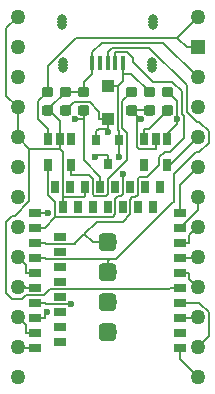
<source format=gtl>
G04 #@! TF.GenerationSoftware,KiCad,Pcbnew,5.1.4+dfsg1-1*
G04 #@! TF.CreationDate,2020-04-01T11:30:31+02:00*
G04 #@! TF.ProjectId,nrfmicro,6e72666d-6963-4726-9f2e-6b696361645f,rev?*
G04 #@! TF.SameCoordinates,Original*
G04 #@! TF.FileFunction,Copper,L1,Top*
G04 #@! TF.FilePolarity,Positive*
%FSLAX46Y46*%
G04 Gerber Fmt 4.6, Leading zero omitted, Abs format (unit mm)*
G04 Created by KiCad (PCBNEW 5.1.4+dfsg1-1) date 2020-04-01 11:30:31*
%MOMM*%
%LPD*%
G04 APERTURE LIST*
%ADD10C,0.100000*%
%ADD11C,1.500000*%
%ADD12R,0.450000X1.200000*%
%ADD13C,0.800000*%
%ADD14C,1.270000*%
%ADD15R,1.250000X1.250000*%
%ADD16C,0.875000*%
%ADD17R,1.000000X0.650000*%
%ADD18R,0.650000X1.000000*%
%ADD19R,0.800000X0.900000*%
%ADD20R,1.100000X1.100000*%
%ADD21R,0.650000X1.060000*%
%ADD22C,0.600000*%
%ADD23C,0.200000*%
G04 APERTURE END LIST*
D10*
G36*
X104213289Y-130654581D02*
G01*
X104249692Y-130659981D01*
X104285390Y-130668922D01*
X104320039Y-130681320D01*
X104353307Y-130697055D01*
X104384872Y-130715974D01*
X104414430Y-130737896D01*
X104441698Y-130762610D01*
X104466412Y-130789878D01*
X104488334Y-130819436D01*
X104507253Y-130851001D01*
X104522988Y-130884269D01*
X104535386Y-130918918D01*
X104544327Y-130954616D01*
X104549727Y-130991019D01*
X104551533Y-131027775D01*
X104551533Y-131777775D01*
X104549727Y-131814531D01*
X104544327Y-131850934D01*
X104535386Y-131886632D01*
X104522988Y-131921281D01*
X104507253Y-131954549D01*
X104488334Y-131986114D01*
X104466412Y-132015672D01*
X104441698Y-132042940D01*
X104414430Y-132067654D01*
X104384872Y-132089576D01*
X104353307Y-132108495D01*
X104320039Y-132124230D01*
X104285390Y-132136628D01*
X104249692Y-132145569D01*
X104213289Y-132150969D01*
X104176533Y-132152775D01*
X103426533Y-132152775D01*
X103389777Y-132150969D01*
X103353374Y-132145569D01*
X103317676Y-132136628D01*
X103283027Y-132124230D01*
X103249759Y-132108495D01*
X103218194Y-132089576D01*
X103188636Y-132067654D01*
X103161368Y-132042940D01*
X103136654Y-132015672D01*
X103114732Y-131986114D01*
X103095813Y-131954549D01*
X103080078Y-131921281D01*
X103067680Y-131886632D01*
X103058739Y-131850934D01*
X103053339Y-131814531D01*
X103051533Y-131777775D01*
X103051533Y-131027775D01*
X103053339Y-130991019D01*
X103058739Y-130954616D01*
X103067680Y-130918918D01*
X103080078Y-130884269D01*
X103095813Y-130851001D01*
X103114732Y-130819436D01*
X103136654Y-130789878D01*
X103161368Y-130762610D01*
X103188636Y-130737896D01*
X103218194Y-130715974D01*
X103249759Y-130697055D01*
X103283027Y-130681320D01*
X103317676Y-130668922D01*
X103353374Y-130659981D01*
X103389777Y-130654581D01*
X103426533Y-130652775D01*
X104176533Y-130652775D01*
X104213289Y-130654581D01*
X104213289Y-130654581D01*
G37*
D11*
X103801533Y-131402775D03*
D10*
G36*
X104213289Y-128114581D02*
G01*
X104249692Y-128119981D01*
X104285390Y-128128922D01*
X104320039Y-128141320D01*
X104353307Y-128157055D01*
X104384872Y-128175974D01*
X104414430Y-128197896D01*
X104441698Y-128222610D01*
X104466412Y-128249878D01*
X104488334Y-128279436D01*
X104507253Y-128311001D01*
X104522988Y-128344269D01*
X104535386Y-128378918D01*
X104544327Y-128414616D01*
X104549727Y-128451019D01*
X104551533Y-128487775D01*
X104551533Y-129237775D01*
X104549727Y-129274531D01*
X104544327Y-129310934D01*
X104535386Y-129346632D01*
X104522988Y-129381281D01*
X104507253Y-129414549D01*
X104488334Y-129446114D01*
X104466412Y-129475672D01*
X104441698Y-129502940D01*
X104414430Y-129527654D01*
X104384872Y-129549576D01*
X104353307Y-129568495D01*
X104320039Y-129584230D01*
X104285390Y-129596628D01*
X104249692Y-129605569D01*
X104213289Y-129610969D01*
X104176533Y-129612775D01*
X103426533Y-129612775D01*
X103389777Y-129610969D01*
X103353374Y-129605569D01*
X103317676Y-129596628D01*
X103283027Y-129584230D01*
X103249759Y-129568495D01*
X103218194Y-129549576D01*
X103188636Y-129527654D01*
X103161368Y-129502940D01*
X103136654Y-129475672D01*
X103114732Y-129446114D01*
X103095813Y-129414549D01*
X103080078Y-129381281D01*
X103067680Y-129346632D01*
X103058739Y-129310934D01*
X103053339Y-129274531D01*
X103051533Y-129237775D01*
X103051533Y-128487775D01*
X103053339Y-128451019D01*
X103058739Y-128414616D01*
X103067680Y-128378918D01*
X103080078Y-128344269D01*
X103095813Y-128311001D01*
X103114732Y-128279436D01*
X103136654Y-128249878D01*
X103161368Y-128222610D01*
X103188636Y-128197896D01*
X103218194Y-128175974D01*
X103249759Y-128157055D01*
X103283027Y-128141320D01*
X103317676Y-128128922D01*
X103353374Y-128119981D01*
X103389777Y-128114581D01*
X103426533Y-128112775D01*
X104176533Y-128112775D01*
X104213289Y-128114581D01*
X104213289Y-128114581D01*
G37*
D11*
X103801533Y-128862775D03*
D12*
X103152000Y-113699000D03*
X103802000Y-113699000D03*
X104452000Y-113699000D03*
X105102000Y-113699000D03*
X102502000Y-113699000D03*
D13*
X107665000Y-110203000D03*
X107665000Y-110467000D03*
X107677000Y-109949000D03*
X99918000Y-110467000D03*
X99927000Y-110203000D03*
X99918000Y-109959000D03*
X107538000Y-113896000D03*
X107538000Y-114150000D03*
X107538000Y-113642000D03*
X100045000Y-114150000D03*
X100045000Y-113642000D03*
X100045000Y-113896000D03*
D10*
G36*
X104213289Y-135734581D02*
G01*
X104249692Y-135739981D01*
X104285390Y-135748922D01*
X104320039Y-135761320D01*
X104353307Y-135777055D01*
X104384872Y-135795974D01*
X104414430Y-135817896D01*
X104441698Y-135842610D01*
X104466412Y-135869878D01*
X104488334Y-135899436D01*
X104507253Y-135931001D01*
X104522988Y-135964269D01*
X104535386Y-135998918D01*
X104544327Y-136034616D01*
X104549727Y-136071019D01*
X104551533Y-136107775D01*
X104551533Y-136857775D01*
X104549727Y-136894531D01*
X104544327Y-136930934D01*
X104535386Y-136966632D01*
X104522988Y-137001281D01*
X104507253Y-137034549D01*
X104488334Y-137066114D01*
X104466412Y-137095672D01*
X104441698Y-137122940D01*
X104414430Y-137147654D01*
X104384872Y-137169576D01*
X104353307Y-137188495D01*
X104320039Y-137204230D01*
X104285390Y-137216628D01*
X104249692Y-137225569D01*
X104213289Y-137230969D01*
X104176533Y-137232775D01*
X103426533Y-137232775D01*
X103389777Y-137230969D01*
X103353374Y-137225569D01*
X103317676Y-137216628D01*
X103283027Y-137204230D01*
X103249759Y-137188495D01*
X103218194Y-137169576D01*
X103188636Y-137147654D01*
X103161368Y-137122940D01*
X103136654Y-137095672D01*
X103114732Y-137066114D01*
X103095813Y-137034549D01*
X103080078Y-137001281D01*
X103067680Y-136966632D01*
X103058739Y-136930934D01*
X103053339Y-136894531D01*
X103051533Y-136857775D01*
X103051533Y-136107775D01*
X103053339Y-136071019D01*
X103058739Y-136034616D01*
X103067680Y-135998918D01*
X103080078Y-135964269D01*
X103095813Y-135931001D01*
X103114732Y-135899436D01*
X103136654Y-135869878D01*
X103161368Y-135842610D01*
X103188636Y-135817896D01*
X103218194Y-135795974D01*
X103249759Y-135777055D01*
X103283027Y-135761320D01*
X103317676Y-135748922D01*
X103353374Y-135739981D01*
X103389777Y-135734581D01*
X103426533Y-135732775D01*
X104176533Y-135732775D01*
X104213289Y-135734581D01*
X104213289Y-135734581D01*
G37*
D11*
X103801533Y-136482775D03*
D10*
G36*
X104213289Y-133194581D02*
G01*
X104249692Y-133199981D01*
X104285390Y-133208922D01*
X104320039Y-133221320D01*
X104353307Y-133237055D01*
X104384872Y-133255974D01*
X104414430Y-133277896D01*
X104441698Y-133302610D01*
X104466412Y-133329878D01*
X104488334Y-133359436D01*
X104507253Y-133391001D01*
X104522988Y-133424269D01*
X104535386Y-133458918D01*
X104544327Y-133494616D01*
X104549727Y-133531019D01*
X104551533Y-133567775D01*
X104551533Y-134317775D01*
X104549727Y-134354531D01*
X104544327Y-134390934D01*
X104535386Y-134426632D01*
X104522988Y-134461281D01*
X104507253Y-134494549D01*
X104488334Y-134526114D01*
X104466412Y-134555672D01*
X104441698Y-134582940D01*
X104414430Y-134607654D01*
X104384872Y-134629576D01*
X104353307Y-134648495D01*
X104320039Y-134664230D01*
X104285390Y-134676628D01*
X104249692Y-134685569D01*
X104213289Y-134690969D01*
X104176533Y-134692775D01*
X103426533Y-134692775D01*
X103389777Y-134690969D01*
X103353374Y-134685569D01*
X103317676Y-134676628D01*
X103283027Y-134664230D01*
X103249759Y-134648495D01*
X103218194Y-134629576D01*
X103188636Y-134607654D01*
X103161368Y-134582940D01*
X103136654Y-134555672D01*
X103114732Y-134526114D01*
X103095813Y-134494549D01*
X103080078Y-134461281D01*
X103067680Y-134426632D01*
X103058739Y-134390934D01*
X103053339Y-134354531D01*
X103051533Y-134317775D01*
X103051533Y-133567775D01*
X103053339Y-133531019D01*
X103058739Y-133494616D01*
X103067680Y-133458918D01*
X103080078Y-133424269D01*
X103095813Y-133391001D01*
X103114732Y-133359436D01*
X103136654Y-133329878D01*
X103161368Y-133302610D01*
X103188636Y-133277896D01*
X103218194Y-133255974D01*
X103249759Y-133237055D01*
X103283027Y-133221320D01*
X103317676Y-133208922D01*
X103353374Y-133199981D01*
X103389777Y-133194581D01*
X103426533Y-133192775D01*
X104176533Y-133192775D01*
X104213289Y-133194581D01*
X104213289Y-133194581D01*
G37*
D11*
X103801533Y-133942775D03*
D14*
X111422000Y-109813000D03*
X96182000Y-109813000D03*
D15*
X111422000Y-112353000D03*
D14*
X111422000Y-114893000D03*
X111422000Y-117433000D03*
X111422000Y-119973000D03*
X111422000Y-122513000D03*
X111422000Y-125053000D03*
X111422000Y-127593000D03*
X111422000Y-130133000D03*
X111422000Y-132673000D03*
X111422000Y-135213000D03*
X111422000Y-137753000D03*
X111422000Y-140293000D03*
X96182000Y-140293000D03*
X96182000Y-137753000D03*
X96182000Y-135213000D03*
X96182000Y-132673000D03*
X96182000Y-130133000D03*
X96182000Y-127593000D03*
X96182000Y-125053000D03*
X96182000Y-122513000D03*
X96182000Y-119973000D03*
X96182000Y-117433000D03*
X96182000Y-114893000D03*
X96182000Y-112353000D03*
D10*
G36*
X102047691Y-115701053D02*
G01*
X102068926Y-115704203D01*
X102089750Y-115709419D01*
X102109962Y-115716651D01*
X102129368Y-115725830D01*
X102147781Y-115736866D01*
X102165024Y-115749654D01*
X102180930Y-115764070D01*
X102195346Y-115779976D01*
X102208134Y-115797219D01*
X102219170Y-115815632D01*
X102228349Y-115835038D01*
X102235581Y-115855250D01*
X102240797Y-115876074D01*
X102243947Y-115897309D01*
X102245000Y-115918750D01*
X102245000Y-116356250D01*
X102243947Y-116377691D01*
X102240797Y-116398926D01*
X102235581Y-116419750D01*
X102228349Y-116439962D01*
X102219170Y-116459368D01*
X102208134Y-116477781D01*
X102195346Y-116495024D01*
X102180930Y-116510930D01*
X102165024Y-116525346D01*
X102147781Y-116538134D01*
X102129368Y-116549170D01*
X102109962Y-116558349D01*
X102089750Y-116565581D01*
X102068926Y-116570797D01*
X102047691Y-116573947D01*
X102026250Y-116575000D01*
X101513750Y-116575000D01*
X101492309Y-116573947D01*
X101471074Y-116570797D01*
X101450250Y-116565581D01*
X101430038Y-116558349D01*
X101410632Y-116549170D01*
X101392219Y-116538134D01*
X101374976Y-116525346D01*
X101359070Y-116510930D01*
X101344654Y-116495024D01*
X101331866Y-116477781D01*
X101320830Y-116459368D01*
X101311651Y-116439962D01*
X101304419Y-116419750D01*
X101299203Y-116398926D01*
X101296053Y-116377691D01*
X101295000Y-116356250D01*
X101295000Y-115918750D01*
X101296053Y-115897309D01*
X101299203Y-115876074D01*
X101304419Y-115855250D01*
X101311651Y-115835038D01*
X101320830Y-115815632D01*
X101331866Y-115797219D01*
X101344654Y-115779976D01*
X101359070Y-115764070D01*
X101374976Y-115749654D01*
X101392219Y-115736866D01*
X101410632Y-115725830D01*
X101430038Y-115716651D01*
X101450250Y-115709419D01*
X101471074Y-115704203D01*
X101492309Y-115701053D01*
X101513750Y-115700000D01*
X102026250Y-115700000D01*
X102047691Y-115701053D01*
X102047691Y-115701053D01*
G37*
D16*
X101770000Y-116137500D03*
D10*
G36*
X102047691Y-117276053D02*
G01*
X102068926Y-117279203D01*
X102089750Y-117284419D01*
X102109962Y-117291651D01*
X102129368Y-117300830D01*
X102147781Y-117311866D01*
X102165024Y-117324654D01*
X102180930Y-117339070D01*
X102195346Y-117354976D01*
X102208134Y-117372219D01*
X102219170Y-117390632D01*
X102228349Y-117410038D01*
X102235581Y-117430250D01*
X102240797Y-117451074D01*
X102243947Y-117472309D01*
X102245000Y-117493750D01*
X102245000Y-117931250D01*
X102243947Y-117952691D01*
X102240797Y-117973926D01*
X102235581Y-117994750D01*
X102228349Y-118014962D01*
X102219170Y-118034368D01*
X102208134Y-118052781D01*
X102195346Y-118070024D01*
X102180930Y-118085930D01*
X102165024Y-118100346D01*
X102147781Y-118113134D01*
X102129368Y-118124170D01*
X102109962Y-118133349D01*
X102089750Y-118140581D01*
X102068926Y-118145797D01*
X102047691Y-118148947D01*
X102026250Y-118150000D01*
X101513750Y-118150000D01*
X101492309Y-118148947D01*
X101471074Y-118145797D01*
X101450250Y-118140581D01*
X101430038Y-118133349D01*
X101410632Y-118124170D01*
X101392219Y-118113134D01*
X101374976Y-118100346D01*
X101359070Y-118085930D01*
X101344654Y-118070024D01*
X101331866Y-118052781D01*
X101320830Y-118034368D01*
X101311651Y-118014962D01*
X101304419Y-117994750D01*
X101299203Y-117973926D01*
X101296053Y-117952691D01*
X101295000Y-117931250D01*
X101295000Y-117493750D01*
X101296053Y-117472309D01*
X101299203Y-117451074D01*
X101304419Y-117430250D01*
X101311651Y-117410038D01*
X101320830Y-117390632D01*
X101331866Y-117372219D01*
X101344654Y-117354976D01*
X101359070Y-117339070D01*
X101374976Y-117324654D01*
X101392219Y-117311866D01*
X101410632Y-117300830D01*
X101430038Y-117291651D01*
X101450250Y-117284419D01*
X101471074Y-117279203D01*
X101492309Y-117276053D01*
X101513750Y-117275000D01*
X102026250Y-117275000D01*
X102047691Y-117276053D01*
X102047691Y-117276053D01*
G37*
D16*
X101770000Y-117712500D03*
D10*
G36*
X100523691Y-115701053D02*
G01*
X100544926Y-115704203D01*
X100565750Y-115709419D01*
X100585962Y-115716651D01*
X100605368Y-115725830D01*
X100623781Y-115736866D01*
X100641024Y-115749654D01*
X100656930Y-115764070D01*
X100671346Y-115779976D01*
X100684134Y-115797219D01*
X100695170Y-115815632D01*
X100704349Y-115835038D01*
X100711581Y-115855250D01*
X100716797Y-115876074D01*
X100719947Y-115897309D01*
X100721000Y-115918750D01*
X100721000Y-116356250D01*
X100719947Y-116377691D01*
X100716797Y-116398926D01*
X100711581Y-116419750D01*
X100704349Y-116439962D01*
X100695170Y-116459368D01*
X100684134Y-116477781D01*
X100671346Y-116495024D01*
X100656930Y-116510930D01*
X100641024Y-116525346D01*
X100623781Y-116538134D01*
X100605368Y-116549170D01*
X100585962Y-116558349D01*
X100565750Y-116565581D01*
X100544926Y-116570797D01*
X100523691Y-116573947D01*
X100502250Y-116575000D01*
X99989750Y-116575000D01*
X99968309Y-116573947D01*
X99947074Y-116570797D01*
X99926250Y-116565581D01*
X99906038Y-116558349D01*
X99886632Y-116549170D01*
X99868219Y-116538134D01*
X99850976Y-116525346D01*
X99835070Y-116510930D01*
X99820654Y-116495024D01*
X99807866Y-116477781D01*
X99796830Y-116459368D01*
X99787651Y-116439962D01*
X99780419Y-116419750D01*
X99775203Y-116398926D01*
X99772053Y-116377691D01*
X99771000Y-116356250D01*
X99771000Y-115918750D01*
X99772053Y-115897309D01*
X99775203Y-115876074D01*
X99780419Y-115855250D01*
X99787651Y-115835038D01*
X99796830Y-115815632D01*
X99807866Y-115797219D01*
X99820654Y-115779976D01*
X99835070Y-115764070D01*
X99850976Y-115749654D01*
X99868219Y-115736866D01*
X99886632Y-115725830D01*
X99906038Y-115716651D01*
X99926250Y-115709419D01*
X99947074Y-115704203D01*
X99968309Y-115701053D01*
X99989750Y-115700000D01*
X100502250Y-115700000D01*
X100523691Y-115701053D01*
X100523691Y-115701053D01*
G37*
D16*
X100246000Y-116137500D03*
D10*
G36*
X100523691Y-117276053D02*
G01*
X100544926Y-117279203D01*
X100565750Y-117284419D01*
X100585962Y-117291651D01*
X100605368Y-117300830D01*
X100623781Y-117311866D01*
X100641024Y-117324654D01*
X100656930Y-117339070D01*
X100671346Y-117354976D01*
X100684134Y-117372219D01*
X100695170Y-117390632D01*
X100704349Y-117410038D01*
X100711581Y-117430250D01*
X100716797Y-117451074D01*
X100719947Y-117472309D01*
X100721000Y-117493750D01*
X100721000Y-117931250D01*
X100719947Y-117952691D01*
X100716797Y-117973926D01*
X100711581Y-117994750D01*
X100704349Y-118014962D01*
X100695170Y-118034368D01*
X100684134Y-118052781D01*
X100671346Y-118070024D01*
X100656930Y-118085930D01*
X100641024Y-118100346D01*
X100623781Y-118113134D01*
X100605368Y-118124170D01*
X100585962Y-118133349D01*
X100565750Y-118140581D01*
X100544926Y-118145797D01*
X100523691Y-118148947D01*
X100502250Y-118150000D01*
X99989750Y-118150000D01*
X99968309Y-118148947D01*
X99947074Y-118145797D01*
X99926250Y-118140581D01*
X99906038Y-118133349D01*
X99886632Y-118124170D01*
X99868219Y-118113134D01*
X99850976Y-118100346D01*
X99835070Y-118085930D01*
X99820654Y-118070024D01*
X99807866Y-118052781D01*
X99796830Y-118034368D01*
X99787651Y-118014962D01*
X99780419Y-117994750D01*
X99775203Y-117973926D01*
X99772053Y-117952691D01*
X99771000Y-117931250D01*
X99771000Y-117493750D01*
X99772053Y-117472309D01*
X99775203Y-117451074D01*
X99780419Y-117430250D01*
X99787651Y-117410038D01*
X99796830Y-117390632D01*
X99807866Y-117372219D01*
X99820654Y-117354976D01*
X99835070Y-117339070D01*
X99850976Y-117324654D01*
X99868219Y-117311866D01*
X99886632Y-117300830D01*
X99906038Y-117291651D01*
X99926250Y-117284419D01*
X99947074Y-117279203D01*
X99968309Y-117276053D01*
X99989750Y-117275000D01*
X100502250Y-117275000D01*
X100523691Y-117276053D01*
X100523691Y-117276053D01*
G37*
D16*
X100246000Y-117712500D03*
D10*
G36*
X98999191Y-117276053D02*
G01*
X99020426Y-117279203D01*
X99041250Y-117284419D01*
X99061462Y-117291651D01*
X99080868Y-117300830D01*
X99099281Y-117311866D01*
X99116524Y-117324654D01*
X99132430Y-117339070D01*
X99146846Y-117354976D01*
X99159634Y-117372219D01*
X99170670Y-117390632D01*
X99179849Y-117410038D01*
X99187081Y-117430250D01*
X99192297Y-117451074D01*
X99195447Y-117472309D01*
X99196500Y-117493750D01*
X99196500Y-117931250D01*
X99195447Y-117952691D01*
X99192297Y-117973926D01*
X99187081Y-117994750D01*
X99179849Y-118014962D01*
X99170670Y-118034368D01*
X99159634Y-118052781D01*
X99146846Y-118070024D01*
X99132430Y-118085930D01*
X99116524Y-118100346D01*
X99099281Y-118113134D01*
X99080868Y-118124170D01*
X99061462Y-118133349D01*
X99041250Y-118140581D01*
X99020426Y-118145797D01*
X98999191Y-118148947D01*
X98977750Y-118150000D01*
X98465250Y-118150000D01*
X98443809Y-118148947D01*
X98422574Y-118145797D01*
X98401750Y-118140581D01*
X98381538Y-118133349D01*
X98362132Y-118124170D01*
X98343719Y-118113134D01*
X98326476Y-118100346D01*
X98310570Y-118085930D01*
X98296154Y-118070024D01*
X98283366Y-118052781D01*
X98272330Y-118034368D01*
X98263151Y-118014962D01*
X98255919Y-117994750D01*
X98250703Y-117973926D01*
X98247553Y-117952691D01*
X98246500Y-117931250D01*
X98246500Y-117493750D01*
X98247553Y-117472309D01*
X98250703Y-117451074D01*
X98255919Y-117430250D01*
X98263151Y-117410038D01*
X98272330Y-117390632D01*
X98283366Y-117372219D01*
X98296154Y-117354976D01*
X98310570Y-117339070D01*
X98326476Y-117324654D01*
X98343719Y-117311866D01*
X98362132Y-117300830D01*
X98381538Y-117291651D01*
X98401750Y-117284419D01*
X98422574Y-117279203D01*
X98443809Y-117276053D01*
X98465250Y-117275000D01*
X98977750Y-117275000D01*
X98999191Y-117276053D01*
X98999191Y-117276053D01*
G37*
D16*
X98721500Y-117712500D03*
D10*
G36*
X98999191Y-115701053D02*
G01*
X99020426Y-115704203D01*
X99041250Y-115709419D01*
X99061462Y-115716651D01*
X99080868Y-115725830D01*
X99099281Y-115736866D01*
X99116524Y-115749654D01*
X99132430Y-115764070D01*
X99146846Y-115779976D01*
X99159634Y-115797219D01*
X99170670Y-115815632D01*
X99179849Y-115835038D01*
X99187081Y-115855250D01*
X99192297Y-115876074D01*
X99195447Y-115897309D01*
X99196500Y-115918750D01*
X99196500Y-116356250D01*
X99195447Y-116377691D01*
X99192297Y-116398926D01*
X99187081Y-116419750D01*
X99179849Y-116439962D01*
X99170670Y-116459368D01*
X99159634Y-116477781D01*
X99146846Y-116495024D01*
X99132430Y-116510930D01*
X99116524Y-116525346D01*
X99099281Y-116538134D01*
X99080868Y-116549170D01*
X99061462Y-116558349D01*
X99041250Y-116565581D01*
X99020426Y-116570797D01*
X98999191Y-116573947D01*
X98977750Y-116575000D01*
X98465250Y-116575000D01*
X98443809Y-116573947D01*
X98422574Y-116570797D01*
X98401750Y-116565581D01*
X98381538Y-116558349D01*
X98362132Y-116549170D01*
X98343719Y-116538134D01*
X98326476Y-116525346D01*
X98310570Y-116510930D01*
X98296154Y-116495024D01*
X98283366Y-116477781D01*
X98272330Y-116459368D01*
X98263151Y-116439962D01*
X98255919Y-116419750D01*
X98250703Y-116398926D01*
X98247553Y-116377691D01*
X98246500Y-116356250D01*
X98246500Y-115918750D01*
X98247553Y-115897309D01*
X98250703Y-115876074D01*
X98255919Y-115855250D01*
X98263151Y-115835038D01*
X98272330Y-115815632D01*
X98283366Y-115797219D01*
X98296154Y-115779976D01*
X98310570Y-115764070D01*
X98326476Y-115749654D01*
X98343719Y-115736866D01*
X98362132Y-115725830D01*
X98381538Y-115716651D01*
X98401750Y-115709419D01*
X98422574Y-115704203D01*
X98443809Y-115701053D01*
X98465250Y-115700000D01*
X98977750Y-115700000D01*
X98999191Y-115701053D01*
X98999191Y-115701053D01*
G37*
D16*
X98721500Y-116137500D03*
D17*
X99761000Y-128415000D03*
X109921000Y-126383000D03*
X109921000Y-127653000D03*
X109921000Y-128923000D03*
X109921000Y-130193000D03*
X109921000Y-131463000D03*
X109921000Y-132733000D03*
X109921000Y-134003000D03*
X109921000Y-135273000D03*
X109921000Y-136543000D03*
X109921000Y-137813000D03*
X97683000Y-130193000D03*
X97683000Y-137813000D03*
X97683000Y-131463000D03*
X97683000Y-136543000D03*
X97683000Y-135273000D03*
X97683000Y-134003000D03*
X97683000Y-128923000D03*
X97683000Y-132733000D03*
X97683000Y-127653000D03*
X97683000Y-126383000D03*
D18*
X100652000Y-124164000D03*
X108272000Y-124164000D03*
X101922000Y-124164000D03*
X107002000Y-124164000D03*
X105732000Y-124164000D03*
X104462000Y-124164000D03*
X99382000Y-124164000D03*
X103192000Y-124164000D03*
D17*
X99761000Y-129685000D03*
X99761000Y-130955000D03*
X99761000Y-132225000D03*
X99761000Y-133495000D03*
X99761000Y-134765000D03*
X99761000Y-136035000D03*
X99761000Y-137305000D03*
D18*
X106365000Y-125875000D03*
X107635000Y-125875000D03*
X102555000Y-125875000D03*
X105095000Y-125875000D03*
X101285000Y-125875000D03*
X100015000Y-125875000D03*
X103825000Y-125875000D03*
D10*
G36*
X106111691Y-115701053D02*
G01*
X106132926Y-115704203D01*
X106153750Y-115709419D01*
X106173962Y-115716651D01*
X106193368Y-115725830D01*
X106211781Y-115736866D01*
X106229024Y-115749654D01*
X106244930Y-115764070D01*
X106259346Y-115779976D01*
X106272134Y-115797219D01*
X106283170Y-115815632D01*
X106292349Y-115835038D01*
X106299581Y-115855250D01*
X106304797Y-115876074D01*
X106307947Y-115897309D01*
X106309000Y-115918750D01*
X106309000Y-116356250D01*
X106307947Y-116377691D01*
X106304797Y-116398926D01*
X106299581Y-116419750D01*
X106292349Y-116439962D01*
X106283170Y-116459368D01*
X106272134Y-116477781D01*
X106259346Y-116495024D01*
X106244930Y-116510930D01*
X106229024Y-116525346D01*
X106211781Y-116538134D01*
X106193368Y-116549170D01*
X106173962Y-116558349D01*
X106153750Y-116565581D01*
X106132926Y-116570797D01*
X106111691Y-116573947D01*
X106090250Y-116575000D01*
X105577750Y-116575000D01*
X105556309Y-116573947D01*
X105535074Y-116570797D01*
X105514250Y-116565581D01*
X105494038Y-116558349D01*
X105474632Y-116549170D01*
X105456219Y-116538134D01*
X105438976Y-116525346D01*
X105423070Y-116510930D01*
X105408654Y-116495024D01*
X105395866Y-116477781D01*
X105384830Y-116459368D01*
X105375651Y-116439962D01*
X105368419Y-116419750D01*
X105363203Y-116398926D01*
X105360053Y-116377691D01*
X105359000Y-116356250D01*
X105359000Y-115918750D01*
X105360053Y-115897309D01*
X105363203Y-115876074D01*
X105368419Y-115855250D01*
X105375651Y-115835038D01*
X105384830Y-115815632D01*
X105395866Y-115797219D01*
X105408654Y-115779976D01*
X105423070Y-115764070D01*
X105438976Y-115749654D01*
X105456219Y-115736866D01*
X105474632Y-115725830D01*
X105494038Y-115716651D01*
X105514250Y-115709419D01*
X105535074Y-115704203D01*
X105556309Y-115701053D01*
X105577750Y-115700000D01*
X106090250Y-115700000D01*
X106111691Y-115701053D01*
X106111691Y-115701053D01*
G37*
D16*
X105834000Y-116137500D03*
D10*
G36*
X106111691Y-117276053D02*
G01*
X106132926Y-117279203D01*
X106153750Y-117284419D01*
X106173962Y-117291651D01*
X106193368Y-117300830D01*
X106211781Y-117311866D01*
X106229024Y-117324654D01*
X106244930Y-117339070D01*
X106259346Y-117354976D01*
X106272134Y-117372219D01*
X106283170Y-117390632D01*
X106292349Y-117410038D01*
X106299581Y-117430250D01*
X106304797Y-117451074D01*
X106307947Y-117472309D01*
X106309000Y-117493750D01*
X106309000Y-117931250D01*
X106307947Y-117952691D01*
X106304797Y-117973926D01*
X106299581Y-117994750D01*
X106292349Y-118014962D01*
X106283170Y-118034368D01*
X106272134Y-118052781D01*
X106259346Y-118070024D01*
X106244930Y-118085930D01*
X106229024Y-118100346D01*
X106211781Y-118113134D01*
X106193368Y-118124170D01*
X106173962Y-118133349D01*
X106153750Y-118140581D01*
X106132926Y-118145797D01*
X106111691Y-118148947D01*
X106090250Y-118150000D01*
X105577750Y-118150000D01*
X105556309Y-118148947D01*
X105535074Y-118145797D01*
X105514250Y-118140581D01*
X105494038Y-118133349D01*
X105474632Y-118124170D01*
X105456219Y-118113134D01*
X105438976Y-118100346D01*
X105423070Y-118085930D01*
X105408654Y-118070024D01*
X105395866Y-118052781D01*
X105384830Y-118034368D01*
X105375651Y-118014962D01*
X105368419Y-117994750D01*
X105363203Y-117973926D01*
X105360053Y-117952691D01*
X105359000Y-117931250D01*
X105359000Y-117493750D01*
X105360053Y-117472309D01*
X105363203Y-117451074D01*
X105368419Y-117430250D01*
X105375651Y-117410038D01*
X105384830Y-117390632D01*
X105395866Y-117372219D01*
X105408654Y-117354976D01*
X105423070Y-117339070D01*
X105438976Y-117324654D01*
X105456219Y-117311866D01*
X105474632Y-117300830D01*
X105494038Y-117291651D01*
X105514250Y-117284419D01*
X105535074Y-117279203D01*
X105556309Y-117276053D01*
X105577750Y-117275000D01*
X106090250Y-117275000D01*
X106111691Y-117276053D01*
X106111691Y-117276053D01*
G37*
D16*
X105834000Y-117712500D03*
D10*
G36*
X109159691Y-117276053D02*
G01*
X109180926Y-117279203D01*
X109201750Y-117284419D01*
X109221962Y-117291651D01*
X109241368Y-117300830D01*
X109259781Y-117311866D01*
X109277024Y-117324654D01*
X109292930Y-117339070D01*
X109307346Y-117354976D01*
X109320134Y-117372219D01*
X109331170Y-117390632D01*
X109340349Y-117410038D01*
X109347581Y-117430250D01*
X109352797Y-117451074D01*
X109355947Y-117472309D01*
X109357000Y-117493750D01*
X109357000Y-117931250D01*
X109355947Y-117952691D01*
X109352797Y-117973926D01*
X109347581Y-117994750D01*
X109340349Y-118014962D01*
X109331170Y-118034368D01*
X109320134Y-118052781D01*
X109307346Y-118070024D01*
X109292930Y-118085930D01*
X109277024Y-118100346D01*
X109259781Y-118113134D01*
X109241368Y-118124170D01*
X109221962Y-118133349D01*
X109201750Y-118140581D01*
X109180926Y-118145797D01*
X109159691Y-118148947D01*
X109138250Y-118150000D01*
X108625750Y-118150000D01*
X108604309Y-118148947D01*
X108583074Y-118145797D01*
X108562250Y-118140581D01*
X108542038Y-118133349D01*
X108522632Y-118124170D01*
X108504219Y-118113134D01*
X108486976Y-118100346D01*
X108471070Y-118085930D01*
X108456654Y-118070024D01*
X108443866Y-118052781D01*
X108432830Y-118034368D01*
X108423651Y-118014962D01*
X108416419Y-117994750D01*
X108411203Y-117973926D01*
X108408053Y-117952691D01*
X108407000Y-117931250D01*
X108407000Y-117493750D01*
X108408053Y-117472309D01*
X108411203Y-117451074D01*
X108416419Y-117430250D01*
X108423651Y-117410038D01*
X108432830Y-117390632D01*
X108443866Y-117372219D01*
X108456654Y-117354976D01*
X108471070Y-117339070D01*
X108486976Y-117324654D01*
X108504219Y-117311866D01*
X108522632Y-117300830D01*
X108542038Y-117291651D01*
X108562250Y-117284419D01*
X108583074Y-117279203D01*
X108604309Y-117276053D01*
X108625750Y-117275000D01*
X109138250Y-117275000D01*
X109159691Y-117276053D01*
X109159691Y-117276053D01*
G37*
D16*
X108882000Y-117712500D03*
D10*
G36*
X109159691Y-115701053D02*
G01*
X109180926Y-115704203D01*
X109201750Y-115709419D01*
X109221962Y-115716651D01*
X109241368Y-115725830D01*
X109259781Y-115736866D01*
X109277024Y-115749654D01*
X109292930Y-115764070D01*
X109307346Y-115779976D01*
X109320134Y-115797219D01*
X109331170Y-115815632D01*
X109340349Y-115835038D01*
X109347581Y-115855250D01*
X109352797Y-115876074D01*
X109355947Y-115897309D01*
X109357000Y-115918750D01*
X109357000Y-116356250D01*
X109355947Y-116377691D01*
X109352797Y-116398926D01*
X109347581Y-116419750D01*
X109340349Y-116439962D01*
X109331170Y-116459368D01*
X109320134Y-116477781D01*
X109307346Y-116495024D01*
X109292930Y-116510930D01*
X109277024Y-116525346D01*
X109259781Y-116538134D01*
X109241368Y-116549170D01*
X109221962Y-116558349D01*
X109201750Y-116565581D01*
X109180926Y-116570797D01*
X109159691Y-116573947D01*
X109138250Y-116575000D01*
X108625750Y-116575000D01*
X108604309Y-116573947D01*
X108583074Y-116570797D01*
X108562250Y-116565581D01*
X108542038Y-116558349D01*
X108522632Y-116549170D01*
X108504219Y-116538134D01*
X108486976Y-116525346D01*
X108471070Y-116510930D01*
X108456654Y-116495024D01*
X108443866Y-116477781D01*
X108432830Y-116459368D01*
X108423651Y-116439962D01*
X108416419Y-116419750D01*
X108411203Y-116398926D01*
X108408053Y-116377691D01*
X108407000Y-116356250D01*
X108407000Y-115918750D01*
X108408053Y-115897309D01*
X108411203Y-115876074D01*
X108416419Y-115855250D01*
X108423651Y-115835038D01*
X108432830Y-115815632D01*
X108443866Y-115797219D01*
X108456654Y-115779976D01*
X108471070Y-115764070D01*
X108486976Y-115749654D01*
X108504219Y-115736866D01*
X108522632Y-115725830D01*
X108542038Y-115716651D01*
X108562250Y-115709419D01*
X108583074Y-115704203D01*
X108604309Y-115701053D01*
X108625750Y-115700000D01*
X109138250Y-115700000D01*
X109159691Y-115701053D01*
X109159691Y-115701053D01*
G37*
D16*
X108882000Y-116137500D03*
D10*
G36*
X107635691Y-115701053D02*
G01*
X107656926Y-115704203D01*
X107677750Y-115709419D01*
X107697962Y-115716651D01*
X107717368Y-115725830D01*
X107735781Y-115736866D01*
X107753024Y-115749654D01*
X107768930Y-115764070D01*
X107783346Y-115779976D01*
X107796134Y-115797219D01*
X107807170Y-115815632D01*
X107816349Y-115835038D01*
X107823581Y-115855250D01*
X107828797Y-115876074D01*
X107831947Y-115897309D01*
X107833000Y-115918750D01*
X107833000Y-116356250D01*
X107831947Y-116377691D01*
X107828797Y-116398926D01*
X107823581Y-116419750D01*
X107816349Y-116439962D01*
X107807170Y-116459368D01*
X107796134Y-116477781D01*
X107783346Y-116495024D01*
X107768930Y-116510930D01*
X107753024Y-116525346D01*
X107735781Y-116538134D01*
X107717368Y-116549170D01*
X107697962Y-116558349D01*
X107677750Y-116565581D01*
X107656926Y-116570797D01*
X107635691Y-116573947D01*
X107614250Y-116575000D01*
X107101750Y-116575000D01*
X107080309Y-116573947D01*
X107059074Y-116570797D01*
X107038250Y-116565581D01*
X107018038Y-116558349D01*
X106998632Y-116549170D01*
X106980219Y-116538134D01*
X106962976Y-116525346D01*
X106947070Y-116510930D01*
X106932654Y-116495024D01*
X106919866Y-116477781D01*
X106908830Y-116459368D01*
X106899651Y-116439962D01*
X106892419Y-116419750D01*
X106887203Y-116398926D01*
X106884053Y-116377691D01*
X106883000Y-116356250D01*
X106883000Y-115918750D01*
X106884053Y-115897309D01*
X106887203Y-115876074D01*
X106892419Y-115855250D01*
X106899651Y-115835038D01*
X106908830Y-115815632D01*
X106919866Y-115797219D01*
X106932654Y-115779976D01*
X106947070Y-115764070D01*
X106962976Y-115749654D01*
X106980219Y-115736866D01*
X106998632Y-115725830D01*
X107018038Y-115716651D01*
X107038250Y-115709419D01*
X107059074Y-115704203D01*
X107080309Y-115701053D01*
X107101750Y-115700000D01*
X107614250Y-115700000D01*
X107635691Y-115701053D01*
X107635691Y-115701053D01*
G37*
D16*
X107358000Y-116137500D03*
D10*
G36*
X107635691Y-117276053D02*
G01*
X107656926Y-117279203D01*
X107677750Y-117284419D01*
X107697962Y-117291651D01*
X107717368Y-117300830D01*
X107735781Y-117311866D01*
X107753024Y-117324654D01*
X107768930Y-117339070D01*
X107783346Y-117354976D01*
X107796134Y-117372219D01*
X107807170Y-117390632D01*
X107816349Y-117410038D01*
X107823581Y-117430250D01*
X107828797Y-117451074D01*
X107831947Y-117472309D01*
X107833000Y-117493750D01*
X107833000Y-117931250D01*
X107831947Y-117952691D01*
X107828797Y-117973926D01*
X107823581Y-117994750D01*
X107816349Y-118014962D01*
X107807170Y-118034368D01*
X107796134Y-118052781D01*
X107783346Y-118070024D01*
X107768930Y-118085930D01*
X107753024Y-118100346D01*
X107735781Y-118113134D01*
X107717368Y-118124170D01*
X107697962Y-118133349D01*
X107677750Y-118140581D01*
X107656926Y-118145797D01*
X107635691Y-118148947D01*
X107614250Y-118150000D01*
X107101750Y-118150000D01*
X107080309Y-118148947D01*
X107059074Y-118145797D01*
X107038250Y-118140581D01*
X107018038Y-118133349D01*
X106998632Y-118124170D01*
X106980219Y-118113134D01*
X106962976Y-118100346D01*
X106947070Y-118085930D01*
X106932654Y-118070024D01*
X106919866Y-118052781D01*
X106908830Y-118034368D01*
X106899651Y-118014962D01*
X106892419Y-117994750D01*
X106887203Y-117973926D01*
X106884053Y-117952691D01*
X106883000Y-117931250D01*
X106883000Y-117493750D01*
X106884053Y-117472309D01*
X106887203Y-117451074D01*
X106892419Y-117430250D01*
X106899651Y-117410038D01*
X106908830Y-117390632D01*
X106919866Y-117372219D01*
X106932654Y-117354976D01*
X106947070Y-117339070D01*
X106962976Y-117324654D01*
X106980219Y-117311866D01*
X106998632Y-117300830D01*
X107018038Y-117291651D01*
X107038250Y-117284419D01*
X107059074Y-117279203D01*
X107080309Y-117276053D01*
X107101750Y-117275000D01*
X107614250Y-117275000D01*
X107635691Y-117276053D01*
X107635691Y-117276053D01*
G37*
D16*
X107358000Y-117712500D03*
D19*
X104752000Y-120243000D03*
X102852000Y-120243000D03*
X103802000Y-122243000D03*
D20*
X103802000Y-118455000D03*
X103802000Y-115655000D03*
D21*
X108816000Y-122343000D03*
X106916000Y-122343000D03*
X106916000Y-120143000D03*
X107866000Y-120143000D03*
X108816000Y-120143000D03*
X100687500Y-120143000D03*
X99737500Y-120143000D03*
X98787500Y-120143000D03*
X98787500Y-122343000D03*
X100687500Y-122343000D03*
D22*
X106598000Y-118449200D03*
X101005300Y-118446500D03*
X98783900Y-126371500D03*
X104766100Y-121655000D03*
X105102800Y-123083500D03*
X103802000Y-119522300D03*
X109666200Y-118428300D03*
X98689600Y-134753800D03*
X100708400Y-134120400D03*
X102771900Y-121668900D03*
D23*
X106285300Y-118449200D02*
X106285300Y-118163800D01*
X106285300Y-118163800D02*
X105834000Y-117712500D01*
X107866000Y-120973300D02*
X106458300Y-120973300D01*
X106458300Y-120973300D02*
X106285300Y-120800300D01*
X106285300Y-120800300D02*
X106285300Y-118449200D01*
X106285300Y-118449200D02*
X106598000Y-118449200D01*
X109921000Y-132733000D02*
X109120700Y-132733000D01*
X97182300Y-120973300D02*
X96182000Y-119973000D01*
X99737500Y-120973300D02*
X97182300Y-120973300D01*
X109120700Y-132733000D02*
X109003300Y-132850400D01*
X109003300Y-132850400D02*
X98960600Y-132850400D01*
X98960600Y-132850400D02*
X98452600Y-133358400D01*
X98452600Y-133358400D02*
X96882600Y-133358400D01*
X96882600Y-133358400D02*
X96590300Y-133650700D01*
X96590300Y-133650700D02*
X95742700Y-133650700D01*
X95742700Y-133650700D02*
X95237800Y-133145800D01*
X95237800Y-133145800D02*
X95237800Y-127152100D01*
X95237800Y-127152100D02*
X95732300Y-126657600D01*
X95732300Y-126657600D02*
X95935300Y-126657600D01*
X95935300Y-126657600D02*
X97182300Y-125410600D01*
X97182300Y-125410600D02*
X97182300Y-120973300D01*
X100015000Y-125074700D02*
X100015000Y-121250800D01*
X100015000Y-121250800D02*
X99737500Y-120973300D01*
X111422000Y-114893000D02*
X108527100Y-111998100D01*
X108527100Y-111998100D02*
X103302600Y-111998100D01*
X103302600Y-111998100D02*
X102502000Y-112798700D01*
X101922000Y-124964300D02*
X101811600Y-125074700D01*
X101811600Y-125074700D02*
X100015000Y-125074700D01*
X99737500Y-120143000D02*
X99737500Y-120973300D01*
X98879100Y-117712500D02*
X99737500Y-118570900D01*
X99737500Y-118570900D02*
X99737500Y-120143000D01*
X102502000Y-113699000D02*
X102502000Y-114599300D01*
X101770000Y-116137500D02*
X101770000Y-115331300D01*
X101770000Y-115331300D02*
X102502000Y-114599300D01*
X100246000Y-116137500D02*
X101770000Y-116137500D01*
X96182000Y-117433000D02*
X95230800Y-116481800D01*
X95230800Y-116481800D02*
X95230800Y-110764200D01*
X95230800Y-110764200D02*
X96182000Y-109813000D01*
X96182000Y-119973000D02*
X96182000Y-117433000D01*
X101922000Y-124164000D02*
X101922000Y-124964300D01*
X100015000Y-125875000D02*
X100015000Y-125074700D01*
X107866000Y-120143000D02*
X107866000Y-120973300D01*
X102502000Y-113699000D02*
X102502000Y-112798700D01*
X107358000Y-117712500D02*
X105834000Y-117712500D01*
X98879100Y-117712500D02*
X98879100Y-117504400D01*
X98879100Y-117504400D02*
X100246000Y-116137500D01*
X98879100Y-117712500D02*
X98721500Y-117712500D01*
X101770000Y-118446500D02*
X101770000Y-117712500D01*
X103192000Y-123363700D02*
X101770000Y-121941700D01*
X101770000Y-121941700D02*
X101770000Y-118446500D01*
X101770000Y-118446500D02*
X101005300Y-118446500D01*
X103192000Y-124164000D02*
X103192000Y-123363700D01*
X108816000Y-122343000D02*
X109052000Y-122343000D01*
X109052000Y-122343000D02*
X111422000Y-119973000D01*
X98483300Y-126383000D02*
X98772400Y-126383000D01*
X98772400Y-126383000D02*
X98783900Y-126371500D01*
X97683000Y-126383000D02*
X98483300Y-126383000D01*
X109921000Y-130193000D02*
X111362000Y-130193000D01*
X111362000Y-130193000D02*
X111422000Y-130133000D01*
X109921000Y-128923000D02*
X110721300Y-128923000D01*
X110721300Y-128923000D02*
X110721300Y-128293700D01*
X110721300Y-128293700D02*
X111422000Y-127593000D01*
X109921000Y-126383000D02*
X109921000Y-124014000D01*
X109921000Y-124014000D02*
X111422000Y-122513000D01*
X107538000Y-113896000D02*
X107538000Y-114150000D01*
X107538000Y-113642000D02*
X107538000Y-113896000D01*
X109921000Y-127653000D02*
X111422000Y-126152000D01*
X111422000Y-126152000D02*
X111422000Y-125053000D01*
X97683000Y-137813000D02*
X96242000Y-137813000D01*
X96242000Y-137813000D02*
X96182000Y-137753000D01*
X97683000Y-136543000D02*
X96882700Y-136543000D01*
X96882700Y-136543000D02*
X96882700Y-135913700D01*
X96882700Y-135913700D02*
X96182000Y-135213000D01*
X99384200Y-126722000D02*
X104239800Y-126722000D01*
X104239800Y-126722000D02*
X104450400Y-126511400D01*
X104450400Y-126511400D02*
X104450400Y-125237800D01*
X104450400Y-125237800D02*
X104723900Y-124964300D01*
X104723900Y-124964300D02*
X104911400Y-124964300D01*
X104911400Y-124964300D02*
X105102800Y-124772900D01*
X105102800Y-124772900D02*
X105102800Y-123083500D01*
X98483300Y-127653000D02*
X99384200Y-126752100D01*
X99384200Y-126752100D02*
X99384200Y-126722000D01*
X99384200Y-126722000D02*
X99384200Y-125486300D01*
X99384200Y-125486300D02*
X98746200Y-124848300D01*
X98746200Y-124848300D02*
X98746200Y-123214600D01*
X98746200Y-123214600D02*
X98787500Y-123173300D01*
X104652300Y-115655000D02*
X105102000Y-115205300D01*
X105102000Y-115205300D02*
X105102000Y-114599300D01*
X104752000Y-119492700D02*
X104652300Y-119393000D01*
X104652300Y-119393000D02*
X104652300Y-115655000D01*
X104752000Y-120243000D02*
X104752000Y-120993300D01*
X104766100Y-121655000D02*
X104766100Y-121007400D01*
X104766100Y-121007400D02*
X104752000Y-120993300D01*
X104752000Y-120243000D02*
X104752000Y-119492700D01*
X98787500Y-122343000D02*
X98787500Y-123173300D01*
X107358000Y-116137500D02*
X105819800Y-114599300D01*
X105819800Y-114599300D02*
X105102000Y-114599300D01*
X105102000Y-113699000D02*
X105102000Y-114599300D01*
X97683000Y-127653000D02*
X98483300Y-127653000D01*
X103802000Y-115655000D02*
X104652300Y-115655000D01*
X109702300Y-111558600D02*
X101122800Y-111558600D01*
X101122800Y-111558600D02*
X98721500Y-113959900D01*
X98721500Y-113959900D02*
X98721500Y-116137500D01*
X110496700Y-112353000D02*
X109702300Y-111558600D01*
X109702300Y-111558600D02*
X111422000Y-109838900D01*
X111422000Y-109838900D02*
X111422000Y-109813000D01*
X111422000Y-112353000D02*
X110496700Y-112353000D01*
X98787500Y-119312700D02*
X97938100Y-118463300D01*
X97938100Y-118463300D02*
X97938100Y-116920900D01*
X97938100Y-116920900D02*
X98721500Y-116137500D01*
X98787500Y-120143000D02*
X98787500Y-119312700D01*
X98483300Y-130193000D02*
X98600700Y-130310400D01*
X97683000Y-130193000D02*
X98483300Y-130193000D01*
X103802000Y-112798700D02*
X103802000Y-113699000D01*
X107290500Y-112398400D02*
X104202300Y-112398400D01*
X110486600Y-115594500D02*
X107290500Y-112398400D01*
X111317100Y-121243000D02*
X111577300Y-121243000D01*
X110486600Y-117822600D02*
X110486600Y-115594500D01*
X109441400Y-123118700D02*
X111317100Y-121243000D01*
X112362200Y-120458100D02*
X112362200Y-119494900D01*
X109441400Y-125433602D02*
X109441400Y-123118700D01*
X104202300Y-112398400D02*
X103802000Y-112798700D01*
X111367000Y-118703000D02*
X110486600Y-117822600D01*
X111577300Y-121243000D02*
X112362200Y-120458100D01*
X112362200Y-119494900D02*
X111570300Y-118703000D01*
X111570300Y-118703000D02*
X111367000Y-118703000D01*
X103801533Y-130488025D02*
X103801533Y-131402775D01*
X103979158Y-130310400D02*
X103801533Y-130488025D01*
X103979158Y-130310400D02*
X104490800Y-130310400D01*
X98600700Y-130310400D02*
X103979158Y-130310400D01*
X109367598Y-125433602D02*
X104490800Y-130310400D01*
X109441400Y-125433602D02*
X109367598Y-125433602D01*
X98483300Y-128923000D02*
X98600600Y-129040300D01*
X105720400Y-126505700D02*
X105720400Y-125265600D01*
X105720400Y-125265600D02*
X105911400Y-125074600D01*
X105911400Y-125074600D02*
X106134500Y-125074600D01*
X106134500Y-125074600D02*
X106357400Y-124851700D01*
X106357400Y-124851700D02*
X106357400Y-123486500D01*
X106357400Y-123486500D02*
X106480300Y-123363600D01*
X106480300Y-123363600D02*
X107176700Y-123363600D01*
X107176700Y-123363600D02*
X108187900Y-122352400D01*
X108187900Y-122352400D02*
X108187900Y-121689500D01*
X108187900Y-121689500D02*
X108634400Y-121243000D01*
X108634400Y-121243000D02*
X109093300Y-121243000D01*
X109093300Y-121243000D02*
X110288500Y-120047800D01*
X110288500Y-120047800D02*
X110288500Y-118190600D01*
X110288500Y-118190600D02*
X110086200Y-117988300D01*
X110086200Y-117988300D02*
X110086200Y-116086800D01*
X110086200Y-116086800D02*
X109265600Y-115266200D01*
X109265600Y-115266200D02*
X107624700Y-115266200D01*
X107624700Y-115266200D02*
X105992300Y-113633800D01*
X105992300Y-113633800D02*
X105992300Y-113310000D01*
X105992300Y-113310000D02*
X105481000Y-112798700D01*
X105481000Y-112798700D02*
X104452000Y-112798700D01*
X104452000Y-113699000D02*
X104452000Y-112798700D01*
X97683000Y-128923000D02*
X98483300Y-128923000D01*
X105104090Y-127122010D02*
X105720400Y-126505700D01*
X102888496Y-127122010D02*
X105104090Y-127122010D01*
X98600600Y-129040300D02*
X101084008Y-129040300D01*
X101084008Y-128926498D02*
X101084008Y-129040300D01*
X101839632Y-128170874D02*
X102531533Y-128862775D01*
X101839632Y-128170874D02*
X102888496Y-127122010D01*
X101084008Y-128926498D02*
X101839632Y-128170874D01*
X102531533Y-128862775D02*
X103801533Y-128862775D01*
X109921000Y-131463000D02*
X110721300Y-131463000D01*
X110721300Y-131463000D02*
X110721300Y-131972300D01*
X110721300Y-131972300D02*
X111422000Y-132673000D01*
X109921000Y-137813000D02*
X109921000Y-138792000D01*
X109921000Y-138792000D02*
X111422000Y-140293000D01*
X97683000Y-131463000D02*
X96882700Y-131463000D01*
X96882700Y-131463000D02*
X96882700Y-130833700D01*
X96882700Y-130833700D02*
X96182000Y-130133000D01*
X97683000Y-132733000D02*
X96882700Y-132733000D01*
X96882700Y-132733000D02*
X96822700Y-132673000D01*
X96822700Y-132673000D02*
X96182000Y-132673000D01*
X109921000Y-135273000D02*
X111362000Y-135273000D01*
X111362000Y-135273000D02*
X111422000Y-135213000D01*
X109921000Y-134003000D02*
X111576600Y-134003000D01*
X111576600Y-134003000D02*
X112392100Y-134818500D01*
X112392100Y-134818500D02*
X112392100Y-136782900D01*
X112392100Y-136782900D02*
X111422000Y-137753000D01*
X105834000Y-116137500D02*
X105055300Y-116916200D01*
X105055300Y-116916200D02*
X105055300Y-119226000D01*
X105055300Y-119226000D02*
X105452400Y-119623100D01*
X105452400Y-119623100D02*
X105452400Y-121884900D01*
X105452400Y-121884900D02*
X103817400Y-123519900D01*
X103817400Y-123519900D02*
X103817400Y-124822400D01*
X103817400Y-124822400D02*
X103675400Y-124964400D01*
X103675400Y-124964400D02*
X102681100Y-124964400D01*
X102681100Y-124964400D02*
X102547400Y-124830700D01*
X102547400Y-124830700D02*
X102547400Y-123509600D01*
X102547400Y-123509600D02*
X102211100Y-123173300D01*
X102211100Y-123173300D02*
X100687500Y-123173300D01*
X100687500Y-122343000D02*
X100687500Y-123173300D01*
X108882000Y-117712500D02*
X107281800Y-119312700D01*
X107281800Y-119312700D02*
X106916000Y-119312700D01*
X106916000Y-120143000D02*
X106916000Y-119312700D01*
X109666200Y-118428300D02*
X109666200Y-118877600D01*
X109666200Y-118877600D02*
X108816000Y-119727800D01*
X108882000Y-116137500D02*
X109666200Y-116921700D01*
X109666200Y-116921700D02*
X109666200Y-118428300D01*
X103802000Y-119522300D02*
X103802000Y-119305300D01*
X108816000Y-120143000D02*
X108816000Y-119727800D01*
X103802000Y-118455000D02*
X103802000Y-119305300D01*
X103117500Y-118455000D02*
X103117500Y-117812200D01*
X103117500Y-117812200D02*
X102277500Y-116972200D01*
X102277500Y-116972200D02*
X100986300Y-116972200D01*
X100986300Y-116972200D02*
X100246000Y-117712500D01*
X103802000Y-118455000D02*
X103117500Y-118455000D01*
X102852000Y-119492700D02*
X103039400Y-119305300D01*
X103039400Y-119305300D02*
X103802000Y-119305300D01*
X102852000Y-120243000D02*
X102852000Y-119492700D01*
X98483300Y-135273000D02*
X98483300Y-134960100D01*
X98483300Y-134960100D02*
X98689600Y-134753800D01*
X97683000Y-135273000D02*
X98483300Y-135273000D01*
X98483300Y-134003000D02*
X98600700Y-134120400D01*
X98600700Y-134120400D02*
X100708400Y-134120400D01*
X97683000Y-134003000D02*
X98483300Y-134003000D01*
X103802000Y-121492700D02*
X102948100Y-121492700D01*
X102948100Y-121492700D02*
X102771900Y-121668900D01*
X103802000Y-122243000D02*
X103802000Y-121492700D01*
M02*

</source>
